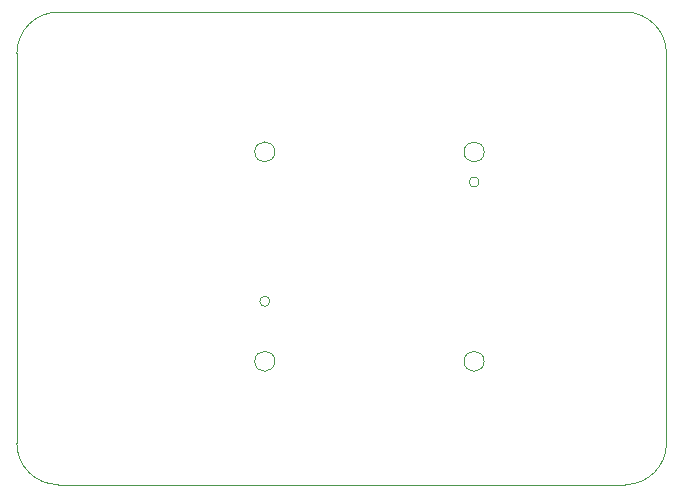
<source format=gm1>
G04 #@! TF.GenerationSoftware,KiCad,Pcbnew,9.0.1+dfsg-1*
G04 #@! TF.CreationDate,2025-07-10T12:54:24+02:00*
G04 #@! TF.ProjectId,ulx5m-gs,756c7835-6d2d-4677-932e-6b696361645f,rev?*
G04 #@! TF.SameCoordinates,Original*
G04 #@! TF.FileFunction,Profile,NP*
%FSLAX46Y46*%
G04 Gerber Fmt 4.6, Leading zero omitted, Abs format (unit mm)*
G04 Created by KiCad (PCBNEW 9.0.1+dfsg-1) date 2025-07-10 12:54:24*
%MOMM*%
%LPD*%
G01*
G04 APERTURE LIST*
G04 #@! TA.AperFunction,Profile*
%ADD10C,0.100000*%
G04 #@! TD*
G04 APERTURE END LIST*
D10*
X62710000Y-57480000D02*
X110710000Y-57480000D01*
X98772500Y-87042500D02*
G75*
G02*
X97072500Y-87042500I-850000J0D01*
G01*
X97072500Y-87042500D02*
G75*
G02*
X98772500Y-87042500I850000J0D01*
G01*
X62710000Y-97480000D02*
X110710000Y-97480000D01*
X114210000Y-93980000D02*
G75*
G02*
X110710000Y-97480000I-3500000J0D01*
G01*
X110710000Y-57480000D02*
G75*
G02*
X114210000Y-60980000I0J-3500000D01*
G01*
X114210000Y-93980000D02*
X114210000Y-60980000D01*
X81047500Y-69317500D02*
G75*
G02*
X79347500Y-69317500I-850000J0D01*
G01*
X79347500Y-69317500D02*
G75*
G02*
X81047500Y-69317500I850000J0D01*
G01*
X59210000Y-60980000D02*
G75*
G02*
X62710000Y-57480000I3500000J0D01*
G01*
X80622500Y-81962500D02*
G75*
G02*
X79772500Y-81962500I-425000J0D01*
G01*
X79772500Y-81962500D02*
G75*
G02*
X80622500Y-81962500I425000J0D01*
G01*
X98347500Y-71857500D02*
G75*
G02*
X97497500Y-71857500I-425000J0D01*
G01*
X97497500Y-71857500D02*
G75*
G02*
X98347500Y-71857500I425000J0D01*
G01*
X62710000Y-97480000D02*
G75*
G02*
X59210000Y-93980000I0J3500000D01*
G01*
X81047500Y-87042500D02*
G75*
G02*
X79347500Y-87042500I-850000J0D01*
G01*
X79347500Y-87042500D02*
G75*
G02*
X81047500Y-87042500I850000J0D01*
G01*
X98772500Y-69317500D02*
G75*
G02*
X97072500Y-69317500I-850000J0D01*
G01*
X97072500Y-69317500D02*
G75*
G02*
X98772500Y-69317500I850000J0D01*
G01*
X59210000Y-60980000D02*
X59210000Y-93980000D01*
M02*

</source>
